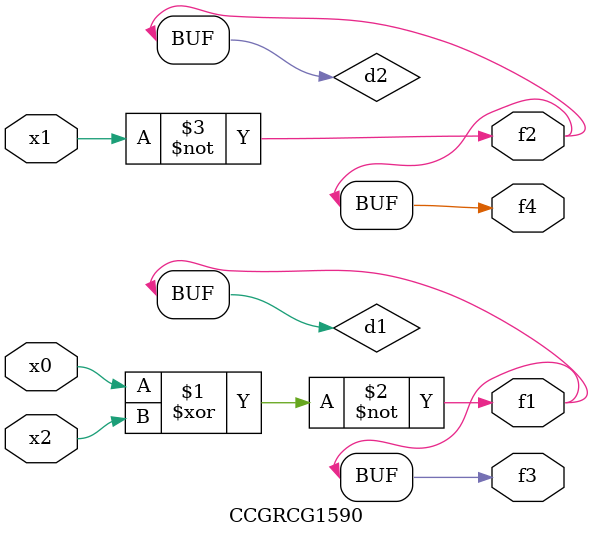
<source format=v>
module CCGRCG1590(
	input x0, x1, x2,
	output f1, f2, f3, f4
);

	wire d1, d2, d3;

	xnor (d1, x0, x2);
	nand (d2, x1);
	nor (d3, x1, x2);
	assign f1 = d1;
	assign f2 = d2;
	assign f3 = d1;
	assign f4 = d2;
endmodule

</source>
